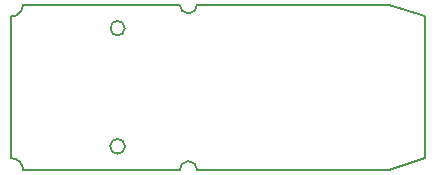
<source format=gbr>
G04 #@! TF.FileFunction,Profile,NP*
%FSLAX46Y46*%
G04 Gerber Fmt 4.6, Leading zero omitted, Abs format (unit mm)*
G04 Created by KiCad (PCBNEW 4.0.5) date Monday, February 13, 2017 'AMt' 09:35:04 AM*
%MOMM*%
%LPD*%
G01*
G04 APERTURE LIST*
%ADD10C,0.100000*%
%ADD11C,0.150000*%
G04 APERTURE END LIST*
D10*
D11*
X94632456Y-72000000D02*
G75*
G03X94632456Y-72000000I-632456J0D01*
G01*
X94608276Y-62000000D02*
G75*
G03X94608276Y-62000000I-608276J0D01*
G01*
X100000000Y-60750000D02*
G75*
G03X100750000Y-60000000I0J750000D01*
G01*
X99250000Y-60000000D02*
G75*
G03X100000000Y-60750000I750000J0D01*
G01*
X100750000Y-74000000D02*
G75*
G03X100000000Y-73250000I-750000J0D01*
G01*
X100000000Y-73250000D02*
G75*
G03X99250000Y-74000000I0J-750000D01*
G01*
X86000000Y-74000000D02*
G75*
G03X85000000Y-73000000I-1000000J0D01*
G01*
X85000000Y-61000000D02*
G75*
G03X86000000Y-60000000I0J1000000D01*
G01*
X85000000Y-73000000D02*
X85000000Y-61000000D01*
X99250000Y-74000000D02*
X86000000Y-74000000D01*
X117000000Y-74000000D02*
X100750000Y-74000000D01*
X120000000Y-73000000D02*
X117000000Y-74000000D01*
X120000000Y-61000000D02*
X120000000Y-73000000D01*
X117000000Y-60000000D02*
X120000000Y-61000000D01*
X100750000Y-60000000D02*
X117000000Y-60000000D01*
X86000000Y-60000000D02*
X99250000Y-60000000D01*
M02*

</source>
